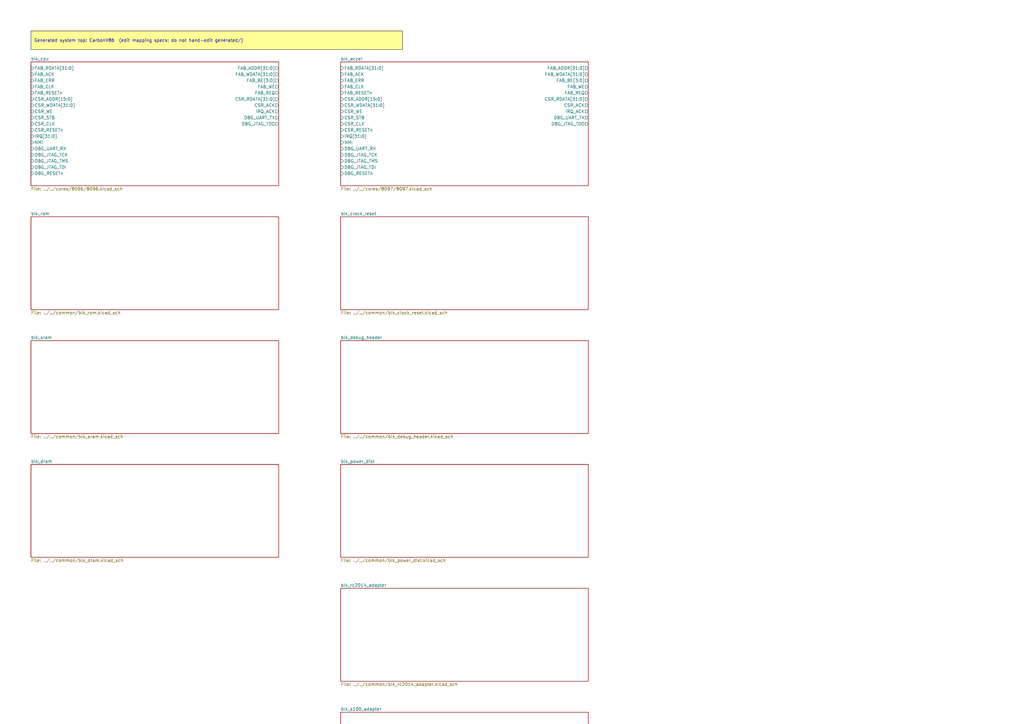
<source format=kicad_sch>
(kicad_sch
	(version 20250114)
	(generator "kicadgen")
	(generator_version "0.1")
	(uuid "7812a538-6816-560e-a6c8-4ca50871fde7")
	(paper "A3")
	(title_block
		(title "CarbonX86 (generated)")
		(company "Project Carbon")
		(comment 1 "Generated - do not edit in generated/")
		(comment 2 "Edit in schem/kicad9/manual/ or refine mapping specs")
	)
	(lib_symbols)
	(text_box
		"Generated system top: CarbonX86  (edit mapping specs; do not hand-edit generated/)"
		(exclude_from_sim no)
		(at
			12.7
			12.7
			0
		)
		(size 152.4 7.62)
		(margins
			1.27
			1.27
			1.27
			1.27
		)
		(stroke
			(width 0)
			(type default)
			(color
				0
				0
				0
				1
			)
		)
		(fill
			(type color)
			(color
				255
				255
				150
				1
			)
		)
		(effects
			(font
				(size 1.27 1.27)
			)
			(justify left)
		)
		(uuid "b6af134d-d5c0-549d-ad61-1c9dafefc280")
	)
	(sheet
		(at 12.7 25.4)
		(size 101.6 50.8)
		(exclude_from_sim no)
		(in_bom yes)
		(on_board yes)
		(dnp no)
		(stroke
			(width 0)
			(type solid)
		)
		(fill
			(color
				0
				0
				0
				0
			)
		)
		(uuid "41be87cc-4742-5e0e-be70-c2d96fdbb0e2")
		(property
			"Sheetname"
			"blk_cpu"
			(at
				12.7
				24.13
				0
			)
			(effects
				(font
					(size 1.27 1.27)
				)
				(justify left)
			)
		)
		(property
			"Sheetfile"
			"../../cores/8096/8096.kicad_sch"
			(at
				12.7
				77.47
				0
			)
			(effects
				(font
					(size 1.27 1.27)
				)
				(justify left)
			)
		)
		(pin
			"FAB_RDATA[31:0]"
			input
			(at
				12.7
				27.94
				180
			)
			(uuid "792123b7-c2f7-5032-b335-e4e5227437af")
			(effects
				(font
					(size 1.27 1.27)
				)
				(justify left)
			)
		)
		(pin
			"FAB_ACK"
			input
			(at
				12.7
				30.48
				180
			)
			(uuid "f031544a-5436-50ca-816c-500a95a70702")
			(effects
				(font
					(size 1.27 1.27)
				)
				(justify left)
			)
		)
		(pin
			"FAB_ERR"
			input
			(at
				12.7
				33.02
				180
			)
			(uuid "263d51f4-017e-5f2a-948f-054027da731e")
			(effects
				(font
					(size 1.27 1.27)
				)
				(justify left)
			)
		)
		(pin
			"FAB_CLK"
			input
			(at
				12.7
				35.56
				180
			)
			(uuid "df5b5584-34c1-5a53-9ead-b5f7c239aeb8")
			(effects
				(font
					(size 1.27 1.27)
				)
				(justify left)
			)
		)
		(pin
			"FAB_RESETn"
			input
			(at
				12.7
				38.1
				180
			)
			(uuid "82936735-fcd9-5e06-afaf-2a7b7d05a52c")
			(effects
				(font
					(size 1.27 1.27)
				)
				(justify left)
			)
		)
		(pin
			"CSR_ADDR[15:0]"
			input
			(at
				12.7
				40.64
				180
			)
			(uuid "2b27357f-aec1-5ca8-88a2-130cafa92021")
			(effects
				(font
					(size 1.27 1.27)
				)
				(justify left)
			)
		)
		(pin
			"CSR_WDATA[31:0]"
			input
			(at
				12.7
				43.18
				180
			)
			(uuid "28e7134b-db8d-5a54-a69c-fc00ae6f4926")
			(effects
				(font
					(size 1.27 1.27)
				)
				(justify left)
			)
		)
		(pin
			"CSR_WE"
			input
			(at
				12.7
				45.72
				180
			)
			(uuid "be2474de-c9d6-5fa5-ae4a-d334fd9dfdf3")
			(effects
				(font
					(size 1.27 1.27)
				)
				(justify left)
			)
		)
		(pin
			"CSR_STB"
			input
			(at
				12.7
				48.26
				180
			)
			(uuid "6b77c180-73df-5759-9cf6-4440d31211ed")
			(effects
				(font
					(size 1.27 1.27)
				)
				(justify left)
			)
		)
		(pin
			"CSR_CLK"
			input
			(at
				12.7
				50.8
				180
			)
			(uuid "29af9ce9-2fe7-5183-ad61-2ae5295c16c3")
			(effects
				(font
					(size 1.27 1.27)
				)
				(justify left)
			)
		)
		(pin
			"CSR_RESETn"
			input
			(at
				12.7
				53.34
				180
			)
			(uuid "f22b0d96-24d8-55cf-b81b-1dd214c96b12")
			(effects
				(font
					(size 1.27 1.27)
				)
				(justify left)
			)
		)
		(pin
			"IRQ[31:0]"
			input
			(at
				12.7
				55.88
				180
			)
			(uuid "620bbe23-d582-5943-9a3c-0156d4e71919")
			(effects
				(font
					(size 1.27 1.27)
				)
				(justify left)
			)
		)
		(pin
			"NMI"
			input
			(at
				12.7
				58.42
				180
			)
			(uuid "4bde5bee-9ad7-586f-ae77-79bcfe759312")
			(effects
				(font
					(size 1.27 1.27)
				)
				(justify left)
			)
		)
		(pin
			"DBG_UART_RX"
			input
			(at
				12.7
				60.96
				180
			)
			(uuid "beea740b-689a-5c4a-af5e-c32644e8ffd9")
			(effects
				(font
					(size 1.27 1.27)
				)
				(justify left)
			)
		)
		(pin
			"DBG_JTAG_TCK"
			input
			(at
				12.7
				63.5
				180
			)
			(uuid "209e4289-e69c-549a-a20f-8249d82cd4c0")
			(effects
				(font
					(size 1.27 1.27)
				)
				(justify left)
			)
		)
		(pin
			"DBG_JTAG_TMS"
			input
			(at
				12.7
				66.04
				180
			)
			(uuid "d91608ef-1cf6-5de5-b3a4-aec7e4e52417")
			(effects
				(font
					(size 1.27 1.27)
				)
				(justify left)
			)
		)
		(pin
			"DBG_JTAG_TDI"
			input
			(at
				12.7
				68.58
				180
			)
			(uuid "dbdfea2d-fd1e-5d74-a4e6-14ed101d84c0")
			(effects
				(font
					(size 1.27 1.27)
				)
				(justify left)
			)
		)
		(pin
			"DBG_RESETn"
			input
			(at
				12.7
				71.12
				180
			)
			(uuid "0579949b-5529-550f-98f2-896b66914077")
			(effects
				(font
					(size 1.27 1.27)
				)
				(justify left)
			)
		)
		(pin
			"FAB_ADDR[31:0]"
			output
			(at
				114.3
				27.94
				0
			)
			(uuid "06334b53-4032-577d-a9a3-8792a707d82e")
			(effects
				(font
					(size 1.27 1.27)
				)
				(justify right)
			)
		)
		(pin
			"FAB_WDATA[31:0]"
			output
			(at
				114.3
				30.48
				0
			)
			(uuid "4331e22d-4a44-5384-a71d-064b75709e83")
			(effects
				(font
					(size 1.27 1.27)
				)
				(justify right)
			)
		)
		(pin
			"FAB_BE[3:0]"
			output
			(at
				114.3
				33.02
				0
			)
			(uuid "b640be9b-fdc9-55a2-8451-0c3f20ef7fc2")
			(effects
				(font
					(size 1.27 1.27)
				)
				(justify right)
			)
		)
		(pin
			"FAB_WE"
			output
			(at
				114.3
				35.56
				0
			)
			(uuid "3e70541a-27b9-5e89-bbbc-cb00654047a4")
			(effects
				(font
					(size 1.27 1.27)
				)
				(justify right)
			)
		)
		(pin
			"FAB_REQ"
			output
			(at
				114.3
				38.1
				0
			)
			(uuid "18b8718c-b86b-5cd2-939f-062a9da91749")
			(effects
				(font
					(size 1.27 1.27)
				)
				(justify right)
			)
		)
		(pin
			"CSR_RDATA[31:0]"
			output
			(at
				114.3
				40.64
				0
			)
			(uuid "6c4e4b55-16b8-5702-b85c-c603728bf725")
			(effects
				(font
					(size 1.27 1.27)
				)
				(justify right)
			)
		)
		(pin
			"CSR_ACK"
			output
			(at
				114.3
				43.18
				0
			)
			(uuid "f6329f4e-eb3f-58cb-bfe6-2892252bd2d9")
			(effects
				(font
					(size 1.27 1.27)
				)
				(justify right)
			)
		)
		(pin
			"IRQ_ACK"
			output
			(at
				114.3
				45.72
				0
			)
			(uuid "39950b9a-9109-5db4-ba60-ab73f83c4c01")
			(effects
				(font
					(size 1.27 1.27)
				)
				(justify right)
			)
		)
		(pin
			"DBG_UART_TX"
			output
			(at
				114.3
				48.26
				0
			)
			(uuid "e80d7213-2109-5628-a6e0-5790bda73b11")
			(effects
				(font
					(size 1.27 1.27)
				)
				(justify right)
			)
		)
		(pin
			"DBG_JTAG_TDO"
			output
			(at
				114.3
				50.8
				0
			)
			(uuid "5c02ff48-be2d-5032-91d4-3a80da8e62f1")
			(effects
				(font
					(size 1.27 1.27)
				)
				(justify right)
			)
		)
		(instances
			(project
				"system_CarbonX86"
				(path
					"/7812a538-6816-560e-a6c8-4ca50871fde7"
					(page "2")
				)
			)
		)
	)
	(sheet
		(at 139.7 25.4)
		(size 101.6 50.8)
		(exclude_from_sim no)
		(in_bom yes)
		(on_board yes)
		(dnp no)
		(stroke
			(width 0)
			(type solid)
		)
		(fill
			(color
				0
				0
				0
				0
			)
		)
		(uuid "1a44e459-733f-583e-99e7-174ba88da6cc")
		(property
			"Sheetname"
			"blk_accel"
			(at
				139.7
				24.13
				0
			)
			(effects
				(font
					(size 1.27 1.27)
				)
				(justify left)
			)
		)
		(property
			"Sheetfile"
			"../../cores/8097/8097.kicad_sch"
			(at
				139.7
				77.47
				0
			)
			(effects
				(font
					(size 1.27 1.27)
				)
				(justify left)
			)
		)
		(pin
			"FAB_RDATA[31:0]"
			input
			(at
				139.7
				27.94
				180
			)
			(uuid "e776534c-d008-5247-b98e-0818c5bbc29c")
			(effects
				(font
					(size 1.27 1.27)
				)
				(justify left)
			)
		)
		(pin
			"FAB_ACK"
			input
			(at
				139.7
				30.48
				180
			)
			(uuid "4e2d72a0-0351-5baf-b445-1cc4596ed4e2")
			(effects
				(font
					(size 1.27 1.27)
				)
				(justify left)
			)
		)
		(pin
			"FAB_ERR"
			input
			(at
				139.7
				33.02
				180
			)
			(uuid "aab480ad-3438-5371-931e-b493db54aaf4")
			(effects
				(font
					(size 1.27 1.27)
				)
				(justify left)
			)
		)
		(pin
			"FAB_CLK"
			input
			(at
				139.7
				35.56
				180
			)
			(uuid "ae7ba468-e159-529f-b2f4-78379e4ede68")
			(effects
				(font
					(size 1.27 1.27)
				)
				(justify left)
			)
		)
		(pin
			"FAB_RESETn"
			input
			(at
				139.7
				38.1
				180
			)
			(uuid "1a90c313-b2af-50b8-b524-26e80845d439")
			(effects
				(font
					(size 1.27 1.27)
				)
				(justify left)
			)
		)
		(pin
			"CSR_ADDR[15:0]"
			input
			(at
				139.7
				40.64
				180
			)
			(uuid "38e1f381-3744-5de9-9320-cdcd736d330c")
			(effects
				(font
					(size 1.27 1.27)
				)
				(justify left)
			)
		)
		(pin
			"CSR_WDATA[31:0]"
			input
			(at
				139.7
				43.18
				180
			)
			(uuid "197a0707-9625-5d56-a4fe-0276173f5e21")
			(effects
				(font
					(size 1.27 1.27)
				)
				(justify left)
			)
		)
		(pin
			"CSR_WE"
			input
			(at
				139.7
				45.72
				180
			)
			(uuid "030e93dd-5f3e-5d6f-9195-578bf510e1ac")
			(effects
				(font
					(size 1.27 1.27)
				)
				(justify left)
			)
		)
		(pin
			"CSR_STB"
			input
			(at
				139.7
				48.26
				180
			)
			(uuid "97fe2de8-e86d-5a0b-ab5f-6550b31f6b8d")
			(effects
				(font
					(size 1.27 1.27)
				)
				(justify left)
			)
		)
		(pin
			"CSR_CLK"
			input
			(at
				139.7
				50.8
				180
			)
			(uuid "2ae199c8-d0ab-5fc9-ab1d-49c025fe289a")
			(effects
				(font
					(size 1.27 1.27)
				)
				(justify left)
			)
		)
		(pin
			"CSR_RESETn"
			input
			(at
				139.7
				53.34
				180
			)
			(uuid "6c170747-4b27-52ed-8c51-583880e38d65")
			(effects
				(font
					(size 1.27 1.27)
				)
				(justify left)
			)
		)
		(pin
			"IRQ[31:0]"
			input
			(at
				139.7
				55.88
				180
			)
			(uuid "19832d39-8e28-5796-9d24-d66aa17fa67e")
			(effects
				(font
					(size 1.27 1.27)
				)
				(justify left)
			)
		)
		(pin
			"NMI"
			input
			(at
				139.7
				58.42
				180
			)
			(uuid "6a2bf7d6-0c64-5fc1-8c4b-6f113dedea48")
			(effects
				(font
					(size 1.27 1.27)
				)
				(justify left)
			)
		)
		(pin
			"DBG_UART_RX"
			input
			(at
				139.7
				60.96
				180
			)
			(uuid "c7d9eb63-a558-5025-943e-6eda258b7e1c")
			(effects
				(font
					(size 1.27 1.27)
				)
				(justify left)
			)
		)
		(pin
			"DBG_JTAG_TCK"
			input
			(at
				139.7
				63.5
				180
			)
			(uuid "bde8ff23-bb7f-53d1-bb32-f93e689e207e")
			(effects
				(font
					(size 1.27 1.27)
				)
				(justify left)
			)
		)
		(pin
			"DBG_JTAG_TMS"
			input
			(at
				139.7
				66.04
				180
			)
			(uuid "15ceb849-c801-59ff-bfd0-df1d6a291001")
			(effects
				(font
					(size 1.27 1.27)
				)
				(justify left)
			)
		)
		(pin
			"DBG_JTAG_TDI"
			input
			(at
				139.7
				68.58
				180
			)
			(uuid "a0169775-ec42-5645-b7e0-01fa6c4255ad")
			(effects
				(font
					(size 1.27 1.27)
				)
				(justify left)
			)
		)
		(pin
			"DBG_RESETn"
			input
			(at
				139.7
				71.12
				180
			)
			(uuid "803120bd-99b1-5bc7-b6cb-1393d5bedd30")
			(effects
				(font
					(size 1.27 1.27)
				)
				(justify left)
			)
		)
		(pin
			"FAB_ADDR[31:0]"
			output
			(at
				241.3
				27.94
				0
			)
			(uuid "7a5066e1-a2c6-580d-ac94-c92b999a1fed")
			(effects
				(font
					(size 1.27 1.27)
				)
				(justify right)
			)
		)
		(pin
			"FAB_WDATA[31:0]"
			output
			(at
				241.3
				30.48
				0
			)
			(uuid "514e17dc-be2d-5514-a230-99da35832491")
			(effects
				(font
					(size 1.27 1.27)
				)
				(justify right)
			)
		)
		(pin
			"FAB_BE[3:0]"
			output
			(at
				241.3
				33.02
				0
			)
			(uuid "165a3ddc-f640-56cf-bfe2-228cbccc5825")
			(effects
				(font
					(size 1.27 1.27)
				)
				(justify right)
			)
		)
		(pin
			"FAB_WE"
			output
			(at
				241.3
				35.56
				0
			)
			(uuid "d775654e-a154-5b9b-91ec-01f15333cf64")
			(effects
				(font
					(size 1.27 1.27)
				)
				(justify right)
			)
		)
		(pin
			"FAB_REQ"
			output
			(at
				241.3
				38.1
				0
			)
			(uuid "4fcd58ca-dde3-5a74-aa32-28fc17ac163e")
			(effects
				(font
					(size 1.27 1.27)
				)
				(justify right)
			)
		)
		(pin
			"CSR_RDATA[31:0]"
			output
			(at
				241.3
				40.64
				0
			)
			(uuid "7df7d0ff-bf24-579a-84ae-878ba3450dd6")
			(effects
				(font
					(size 1.27 1.27)
				)
				(justify right)
			)
		)
		(pin
			"CSR_ACK"
			output
			(at
				241.3
				43.18
				0
			)
			(uuid "93422d2a-e7f3-577e-ac96-10b47402492c")
			(effects
				(font
					(size 1.27 1.27)
				)
				(justify right)
			)
		)
		(pin
			"IRQ_ACK"
			output
			(at
				241.3
				45.72
				0
			)
			(uuid "531b2a4e-0463-5a45-96df-75706c0d1206")
			(effects
				(font
					(size 1.27 1.27)
				)
				(justify right)
			)
		)
		(pin
			"DBG_UART_TX"
			output
			(at
				241.3
				48.26
				0
			)
			(uuid "5a12799b-e11f-59fb-87f6-e1a87cf5b6c6")
			(effects
				(font
					(size 1.27 1.27)
				)
				(justify right)
			)
		)
		(pin
			"DBG_JTAG_TDO"
			output
			(at
				241.3
				50.8
				0
			)
			(uuid "997501fa-680f-53a2-8551-12e57f7249c0")
			(effects
				(font
					(size 1.27 1.27)
				)
				(justify right)
			)
		)
		(instances
			(project
				"system_CarbonX86"
				(path
					"/7812a538-6816-560e-a6c8-4ca50871fde7"
					(page "3")
				)
			)
		)
	)
	(sheet
		(at 12.7 88.9)
		(size 101.6 38.1)
		(exclude_from_sim no)
		(in_bom yes)
		(on_board yes)
		(dnp no)
		(stroke
			(width 0)
			(type solid)
		)
		(fill
			(color
				0
				0
				0
				0
			)
		)
		(uuid "ef9d82c0-7c19-5b2f-b935-24c896cd971e")
		(property
			"Sheetname"
			"blk_rom"
			(at
				12.7
				87.63
				0
			)
			(effects
				(font
					(size 1.27 1.27)
				)
				(justify left)
			)
		)
		(property
			"Sheetfile"
			"../../common/blk_rom.kicad_sch"
			(at
				12.7
				128.27
				0
			)
			(effects
				(font
					(size 1.27 1.27)
				)
				(justify left)
			)
		)
		(instances
			(project
				"system_CarbonX86"
				(path
					"/7812a538-6816-560e-a6c8-4ca50871fde7"
					(page "4")
				)
			)
		)
	)
	(sheet
		(at 12.7 139.7)
		(size 101.6 38.1)
		(exclude_from_sim no)
		(in_bom yes)
		(on_board yes)
		(dnp no)
		(stroke
			(width 0)
			(type solid)
		)
		(fill
			(color
				0
				0
				0
				0
			)
		)
		(uuid "86c9b2b6-c987-5b5d-ae72-e270a0f70530")
		(property
			"Sheetname"
			"blk_sram"
			(at
				12.7
				138.43
				0
			)
			(effects
				(font
					(size 1.27 1.27)
				)
				(justify left)
			)
		)
		(property
			"Sheetfile"
			"../../common/blk_sram.kicad_sch"
			(at
				12.7
				179.07
				0
			)
			(effects
				(font
					(size 1.27 1.27)
				)
				(justify left)
			)
		)
		(instances
			(project
				"system_CarbonX86"
				(path
					"/7812a538-6816-560e-a6c8-4ca50871fde7"
					(page "5")
				)
			)
		)
	)
	(sheet
		(at 12.7 190.5)
		(size 101.6 38.1)
		(exclude_from_sim no)
		(in_bom yes)
		(on_board yes)
		(dnp no)
		(stroke
			(width 0)
			(type solid)
		)
		(fill
			(color
				0
				0
				0
				0
			)
		)
		(uuid "b49efb39-6ec0-58b0-9e77-dc0bf796a79f")
		(property
			"Sheetname"
			"blk_dram"
			(at
				12.7
				189.23
				0
			)
			(effects
				(font
					(size 1.27 1.27)
				)
				(justify left)
			)
		)
		(property
			"Sheetfile"
			"../../common/blk_dram.kicad_sch"
			(at
				12.7
				229.87
				0
			)
			(effects
				(font
					(size 1.27 1.27)
				)
				(justify left)
			)
		)
		(instances
			(project
				"system_CarbonX86"
				(path
					"/7812a538-6816-560e-a6c8-4ca50871fde7"
					(page "6")
				)
			)
		)
	)
	(sheet
		(at 139.7 88.9)
		(size 101.6 38.1)
		(exclude_from_sim no)
		(in_bom yes)
		(on_board yes)
		(dnp no)
		(stroke
			(width 0)
			(type solid)
		)
		(fill
			(color
				0
				0
				0
				0
			)
		)
		(uuid "6b6e1841-8b3b-57df-8555-50c0fa4da1eb")
		(property
			"Sheetname"
			"blk_clock_reset"
			(at
				139.7
				87.63
				0
			)
			(effects
				(font
					(size 1.27 1.27)
				)
				(justify left)
			)
		)
		(property
			"Sheetfile"
			"../../common/blk_clock_reset.kicad_sch"
			(at
				139.7
				128.27
				0
			)
			(effects
				(font
					(size 1.27 1.27)
				)
				(justify left)
			)
		)
		(instances
			(project
				"system_CarbonX86"
				(path
					"/7812a538-6816-560e-a6c8-4ca50871fde7"
					(page "7")
				)
			)
		)
	)
	(sheet
		(at 139.7 139.7)
		(size 101.6 38.1)
		(exclude_from_sim no)
		(in_bom yes)
		(on_board yes)
		(dnp no)
		(stroke
			(width 0)
			(type solid)
		)
		(fill
			(color
				0
				0
				0
				0
			)
		)
		(uuid "07c0ce4b-033f-5485-86e1-4d0743056dba")
		(property
			"Sheetname"
			"blk_debug_header"
			(at
				139.7
				138.43
				0
			)
			(effects
				(font
					(size 1.27 1.27)
				)
				(justify left)
			)
		)
		(property
			"Sheetfile"
			"../../common/blk_debug_header.kicad_sch"
			(at
				139.7
				179.07
				0
			)
			(effects
				(font
					(size 1.27 1.27)
				)
				(justify left)
			)
		)
		(instances
			(project
				"system_CarbonX86"
				(path
					"/7812a538-6816-560e-a6c8-4ca50871fde7"
					(page "8")
				)
			)
		)
	)
	(sheet
		(at 139.7 190.5)
		(size 101.6 38.1)
		(exclude_from_sim no)
		(in_bom yes)
		(on_board yes)
		(dnp no)
		(stroke
			(width 0)
			(type solid)
		)
		(fill
			(color
				0
				0
				0
				0
			)
		)
		(uuid "edf15f2a-a7c0-5056-8fd2-f92ccef8d356")
		(property
			"Sheetname"
			"blk_power_dist"
			(at
				139.7
				189.23
				0
			)
			(effects
				(font
					(size 1.27 1.27)
				)
				(justify left)
			)
		)
		(property
			"Sheetfile"
			"../../common/blk_power_dist.kicad_sch"
			(at
				139.7
				229.87
				0
			)
			(effects
				(font
					(size 1.27 1.27)
				)
				(justify left)
			)
		)
		(instances
			(project
				"system_CarbonX86"
				(path
					"/7812a538-6816-560e-a6c8-4ca50871fde7"
					(page "9")
				)
			)
		)
	)
	(sheet
		(at 139.7 241.3)
		(size 101.6 38.1)
		(exclude_from_sim no)
		(in_bom yes)
		(on_board yes)
		(dnp no)
		(stroke
			(width 0)
			(type solid)
		)
		(fill
			(color
				0
				0
				0
				0
			)
		)
		(uuid "a7349b38-d705-5941-9fdf-1c8986c024a5")
		(property
			"Sheetname"
			"blk_rc2014_adapter"
			(at
				139.7
				240.03
				0
			)
			(effects
				(font
					(size 1.27 1.27)
				)
				(justify left)
			)
		)
		(property
			"Sheetfile"
			"../../common/blk_rc2014_adapter.kicad_sch"
			(at
				139.7
				280.67
				0
			)
			(effects
				(font
					(size 1.27 1.27)
				)
				(justify left)
			)
		)
		(instances
			(project
				"system_CarbonX86"
				(path
					"/7812a538-6816-560e-a6c8-4ca50871fde7"
					(page "10")
				)
			)
		)
	)
	(sheet
		(at 139.7 292.1)
		(size 101.6 38.1)
		(exclude_from_sim no)
		(in_bom yes)
		(on_board yes)
		(dnp no)
		(stroke
			(width 0)
			(type solid)
		)
		(fill
			(color
				0
				0
				0
				0
			)
		)
		(uuid "39b7c7dc-b8ac-50c6-b5e5-c7d8d5ebe674")
		(property
			"Sheetname"
			"blk_s100_adapter"
			(at
				139.7
				290.83
				0
			)
			(effects
				(font
					(size 1.27 1.27)
				)
				(justify left)
			)
		)
		(property
			"Sheetfile"
			"../../common/blk_s100_adapter.kicad_sch"
			(at
				139.7
				331.47
				0
			)
			(effects
				(font
					(size 1.27 1.27)
				)
				(justify left)
			)
		)
		(instances
			(project
				"system_CarbonX86"
				(path
					"/7812a538-6816-560e-a6c8-4ca50871fde7"
					(page "11")
				)
			)
		)
	)
	(sheet_instances
		(path
			"/"
			(page "1")
		)
	)
	(embedded_fonts no)
)

</source>
